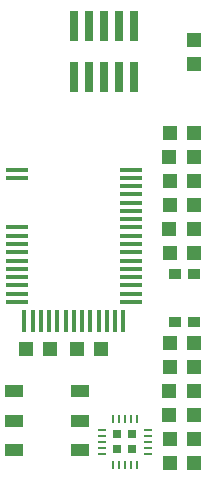
<source format=gbr>
G04 EAGLE Gerber RS-274X export*
G75*
%MOMM*%
%FSLAX34Y34*%
%LPD*%
%INSolderpaste Top*%
%IPPOS*%
%AMOC8*
5,1,8,0,0,1.08239X$1,22.5*%
G01*
%ADD10R,1.850000X0.450000*%
%ADD11R,0.450000X1.850000*%
%ADD12R,1.200000X1.300000*%
%ADD13R,1.200000X1.200000*%
%ADD14R,0.760000X2.600000*%
%ADD15R,1.300000X1.200000*%
%ADD16R,1.500000X1.000000*%
%ADD17R,0.730000X0.280000*%
%ADD18R,0.280000X0.730000*%
%ADD19R,0.750000X0.750000*%
%ADD20R,1.000000X0.900000*%


D10*
X15250Y321940D03*
X15250Y314940D03*
X15250Y272940D03*
X15250Y265940D03*
X15250Y258940D03*
X15250Y251940D03*
X15250Y244940D03*
X15250Y237940D03*
X15250Y230940D03*
X15250Y223940D03*
X15250Y216940D03*
X15250Y209940D03*
D11*
X21500Y193690D03*
X28500Y193690D03*
X35500Y193690D03*
X42500Y193690D03*
X49500Y193690D03*
X56500Y193690D03*
X63500Y193690D03*
X70500Y193690D03*
X77500Y193690D03*
X84500Y193690D03*
X91500Y193690D03*
X98500Y193690D03*
X105500Y193690D03*
D10*
X111750Y209940D03*
X111750Y216940D03*
X111750Y223940D03*
X111750Y230940D03*
X111750Y237940D03*
X111750Y244940D03*
X111750Y251940D03*
X111750Y258940D03*
X111750Y265940D03*
X111750Y272940D03*
X111750Y279940D03*
X111750Y286940D03*
X111750Y293940D03*
X111750Y300940D03*
X111750Y307940D03*
X111750Y314940D03*
X111750Y321940D03*
D12*
X22860Y170180D03*
X43180Y170180D03*
X144780Y353060D03*
X165100Y353060D03*
D13*
X144440Y134620D03*
X165440Y134620D03*
D12*
X144780Y154940D03*
X165100Y154940D03*
D13*
X144440Y114300D03*
X165440Y114300D03*
D12*
X144780Y93980D03*
X165100Y93980D03*
D13*
X144440Y271780D03*
X165440Y271780D03*
D12*
X165100Y292100D03*
X144780Y292100D03*
X144780Y73660D03*
X165100Y73660D03*
X66040Y170180D03*
X86360Y170180D03*
D14*
X63500Y443140D03*
X76200Y443140D03*
X88900Y443140D03*
X101600Y443140D03*
X114300Y443140D03*
X63500Y400140D03*
X76200Y400140D03*
X88900Y400140D03*
X101600Y400140D03*
X114300Y400140D03*
D15*
X165100Y431800D03*
X165100Y411480D03*
D16*
X68640Y134220D03*
X68640Y109220D03*
X68640Y84220D03*
X12640Y84220D03*
X12640Y109220D03*
X12640Y134220D03*
D12*
X144780Y175260D03*
X165100Y175260D03*
D17*
X87030Y101440D03*
X87030Y96440D03*
X87030Y91440D03*
X87030Y86440D03*
X87030Y81440D03*
D18*
X96680Y71790D03*
X101680Y71790D03*
X106680Y71790D03*
X111680Y71790D03*
X116680Y71790D03*
D17*
X126330Y81440D03*
X126330Y86440D03*
X126330Y91440D03*
X126330Y96440D03*
X126330Y101440D03*
D18*
X116680Y111090D03*
X111680Y111090D03*
X106680Y111090D03*
X101680Y111090D03*
X96680Y111090D03*
D19*
X100430Y97690D03*
X112930Y97690D03*
X100430Y85190D03*
X112930Y85190D03*
D20*
X165480Y192860D03*
X149480Y192860D03*
X149480Y233860D03*
X165480Y233860D03*
D12*
X144780Y251460D03*
X165100Y251460D03*
D13*
X144440Y332740D03*
X165440Y332740D03*
D12*
X165100Y312420D03*
X144780Y312420D03*
M02*

</source>
